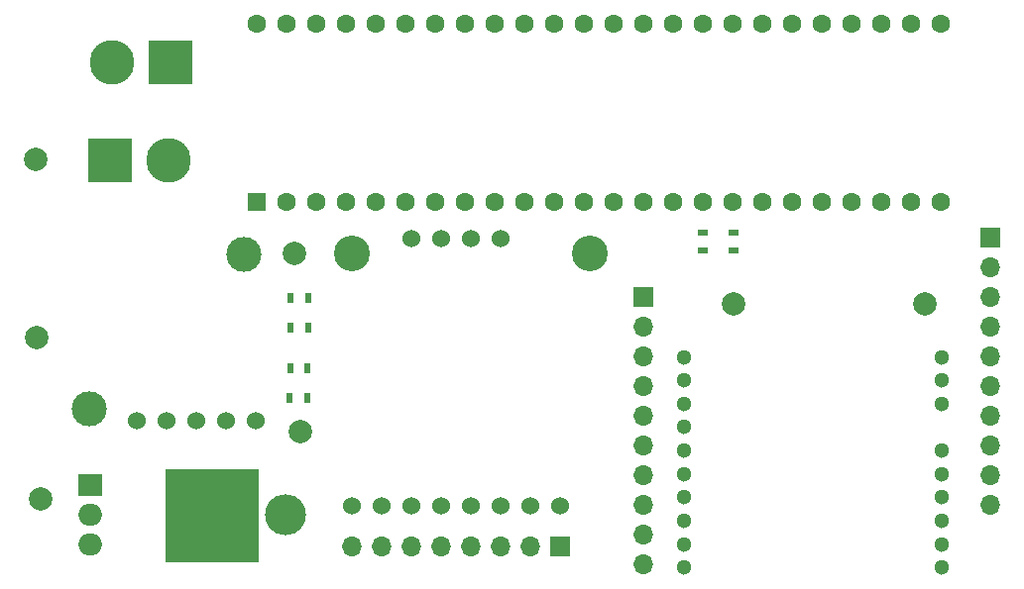
<source format=gts>
G04 #@! TF.GenerationSoftware,KiCad,Pcbnew,(5.1.10)-1*
G04 #@! TF.CreationDate,2022-04-17T04:02:28-07:00*
G04 #@! TF.ProjectId,GPS_Board,4750535f-426f-4617-9264-2e6b69636164,rev?*
G04 #@! TF.SameCoordinates,Original*
G04 #@! TF.FileFunction,Soldermask,Top*
G04 #@! TF.FilePolarity,Negative*
%FSLAX46Y46*%
G04 Gerber Fmt 4.6, Leading zero omitted, Abs format (unit mm)*
G04 Created by KiCad (PCBNEW (5.1.10)-1) date 2022-04-17 04:02:28*
%MOMM*%
%LPD*%
G01*
G04 APERTURE LIST*
%ADD10C,1.600000*%
%ADD11R,1.600000X1.600000*%
%ADD12R,0.900000X0.600000*%
%ADD13C,1.300000*%
%ADD14O,3.500000X3.500000*%
%ADD15R,2.000000X1.905000*%
%ADD16O,2.000000X1.905000*%
%ADD17R,8.000000X8.000000*%
%ADD18C,2.000000*%
%ADD19C,3.000000*%
%ADD20C,1.524000*%
%ADD21C,3.048000*%
%ADD22R,3.800000X3.800000*%
%ADD23C,3.800000*%
%ADD24R,0.600000X0.900000*%
%ADD25O,1.700000X1.700000*%
%ADD26R,1.700000X1.700000*%
G04 APERTURE END LIST*
D10*
X172593000Y-77914500D03*
X175133000Y-77914500D03*
X177673000Y-77914500D03*
X180213000Y-77914500D03*
X170053000Y-77914500D03*
X167513000Y-77914500D03*
X164973000Y-77914500D03*
X182753000Y-77914500D03*
X185293000Y-77914500D03*
X187833000Y-77914500D03*
X190373000Y-77914500D03*
X190373000Y-62674500D03*
X187833000Y-62674500D03*
X185293000Y-62674500D03*
X182753000Y-62674500D03*
X180213000Y-62674500D03*
X177673000Y-62674500D03*
X175133000Y-62674500D03*
X172593000Y-62674500D03*
X170053000Y-62674500D03*
X167513000Y-62674500D03*
X162433000Y-77914500D03*
X159893000Y-77914500D03*
X157353000Y-77914500D03*
X154813000Y-77914500D03*
X152273000Y-77914500D03*
X149733000Y-77914500D03*
X147193000Y-77914500D03*
X144653000Y-77914500D03*
X142113000Y-77914500D03*
X139573000Y-77914500D03*
X137033000Y-77914500D03*
X134493000Y-77914500D03*
D11*
X131953000Y-77914500D03*
D10*
X164973000Y-62674500D03*
X162433000Y-62674500D03*
X159893000Y-62674500D03*
X157353000Y-62674500D03*
X154813000Y-62674500D03*
X152273000Y-62674500D03*
X149733000Y-62674500D03*
X147193000Y-62674500D03*
X144653000Y-62674500D03*
X142113000Y-62674500D03*
X139573000Y-62674500D03*
X137033000Y-62674500D03*
X134493000Y-62674500D03*
X131953000Y-62674500D03*
D12*
X172641500Y-82103500D03*
X172641500Y-80603500D03*
D13*
X168387500Y-101203000D03*
X168387500Y-95203000D03*
X168387500Y-99203000D03*
X168387500Y-93203000D03*
X168387500Y-107203000D03*
X168387500Y-105203000D03*
X168387500Y-109203000D03*
X168387500Y-103203000D03*
X168387500Y-91203000D03*
X168387500Y-97203000D03*
X190387500Y-93203000D03*
X190387500Y-91203000D03*
X190387500Y-95203000D03*
X190387500Y-101203000D03*
X190387500Y-99203000D03*
X190387500Y-105203000D03*
X190387500Y-103203000D03*
X190387500Y-107203000D03*
X190387500Y-109203000D03*
D14*
X134326800Y-104740400D03*
D15*
X117666800Y-102200400D03*
D16*
X117666800Y-104740400D03*
X117666800Y-107280400D03*
D17*
X128066800Y-104800400D03*
D18*
X188991500Y-86703500D03*
X113157000Y-89535000D03*
D19*
X117606000Y-95627000D03*
D20*
X121666000Y-96647000D03*
X124206000Y-96647000D03*
X131836000Y-96657000D03*
X129286000Y-96647000D03*
X126746000Y-96647000D03*
D19*
X130806000Y-82427000D03*
D18*
X113474500Y-103378000D03*
X135616500Y-97628500D03*
X113066500Y-74328500D03*
D21*
X160337500Y-82359500D03*
X140017500Y-82359500D03*
D20*
X145097500Y-81089500D03*
X147637500Y-81089500D03*
X150177500Y-81089500D03*
X152717500Y-81089500D03*
X147637500Y-103949500D03*
X145097500Y-103949500D03*
X140017500Y-103949500D03*
X142557500Y-103949500D03*
X157797500Y-103949500D03*
X150177500Y-103949500D03*
X152717500Y-103949500D03*
X155257500Y-103949500D03*
D22*
X124587000Y-65976500D03*
D23*
X119587000Y-65976500D03*
X124396500Y-74358500D03*
D22*
X119396500Y-74358500D03*
D24*
X136291500Y-88678500D03*
X134791500Y-88678500D03*
X134791500Y-86128500D03*
X136291500Y-86128500D03*
D12*
X170041500Y-80603500D03*
X170041500Y-82103500D03*
D25*
X194564000Y-103886000D03*
X194564000Y-101346000D03*
X194564000Y-98806000D03*
X194564000Y-96266000D03*
X194564000Y-93726000D03*
X194564000Y-91186000D03*
X194564000Y-88646000D03*
X194564000Y-86106000D03*
X194564000Y-83566000D03*
D26*
X194564000Y-81026000D03*
X164973000Y-86042500D03*
D25*
X164973000Y-88582500D03*
X164973000Y-91122500D03*
X164973000Y-93662500D03*
X164973000Y-96202500D03*
X164973000Y-98742500D03*
X164973000Y-101282500D03*
X164973000Y-103822500D03*
X164973000Y-106362500D03*
X164973000Y-108902500D03*
D26*
X157831500Y-107378500D03*
D25*
X155291500Y-107378500D03*
X152751500Y-107378500D03*
X150211500Y-107378500D03*
X147671500Y-107378500D03*
X145131500Y-107378500D03*
X142591500Y-107378500D03*
X140051500Y-107378500D03*
D18*
X135141500Y-82353500D03*
X172641500Y-86678500D03*
D24*
X134716500Y-94728500D03*
X136216500Y-94728500D03*
X136266500Y-92178500D03*
X134766500Y-92178500D03*
M02*

</source>
